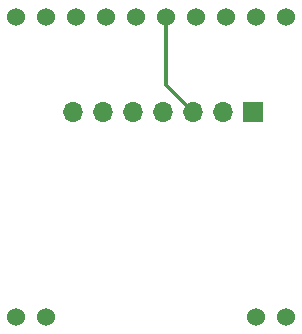
<source format=gbr>
G04 #@! TF.FileFunction,Copper,L2,Bot,Signal*
%FSLAX46Y46*%
G04 Gerber Fmt 4.6, Leading zero omitted, Abs format (unit mm)*
G04 Created by KiCad (PCBNEW 4.0.7) date 10/30/17 19:48:02*
%MOMM*%
%LPD*%
G01*
G04 APERTURE LIST*
%ADD10C,0.076200*%
%ADD11R,1.700000X1.700000*%
%ADD12O,1.700000X1.700000*%
%ADD13C,1.524000*%
%ADD14C,0.304800*%
G04 APERTURE END LIST*
D10*
D11*
X160000000Y-99000000D03*
D12*
X157460000Y-99000000D03*
X154920000Y-99000000D03*
X152380000Y-99000000D03*
X149840000Y-99000000D03*
X147300000Y-99000000D03*
X144760000Y-99000000D03*
D13*
X139970000Y-116400000D03*
X162830000Y-91000000D03*
X160290000Y-91000000D03*
X157750000Y-91000000D03*
X155210000Y-91000000D03*
X152670000Y-91000000D03*
X150130000Y-91000000D03*
X147590000Y-91000000D03*
X145050000Y-91000000D03*
X142510000Y-91000000D03*
X139970000Y-91000000D03*
X142510000Y-116400000D03*
X160290000Y-116400000D03*
X162830000Y-116400000D03*
D14*
X152670000Y-91000000D02*
X152670000Y-96750000D01*
X152670000Y-96750000D02*
X154920000Y-99000000D01*
M02*

</source>
